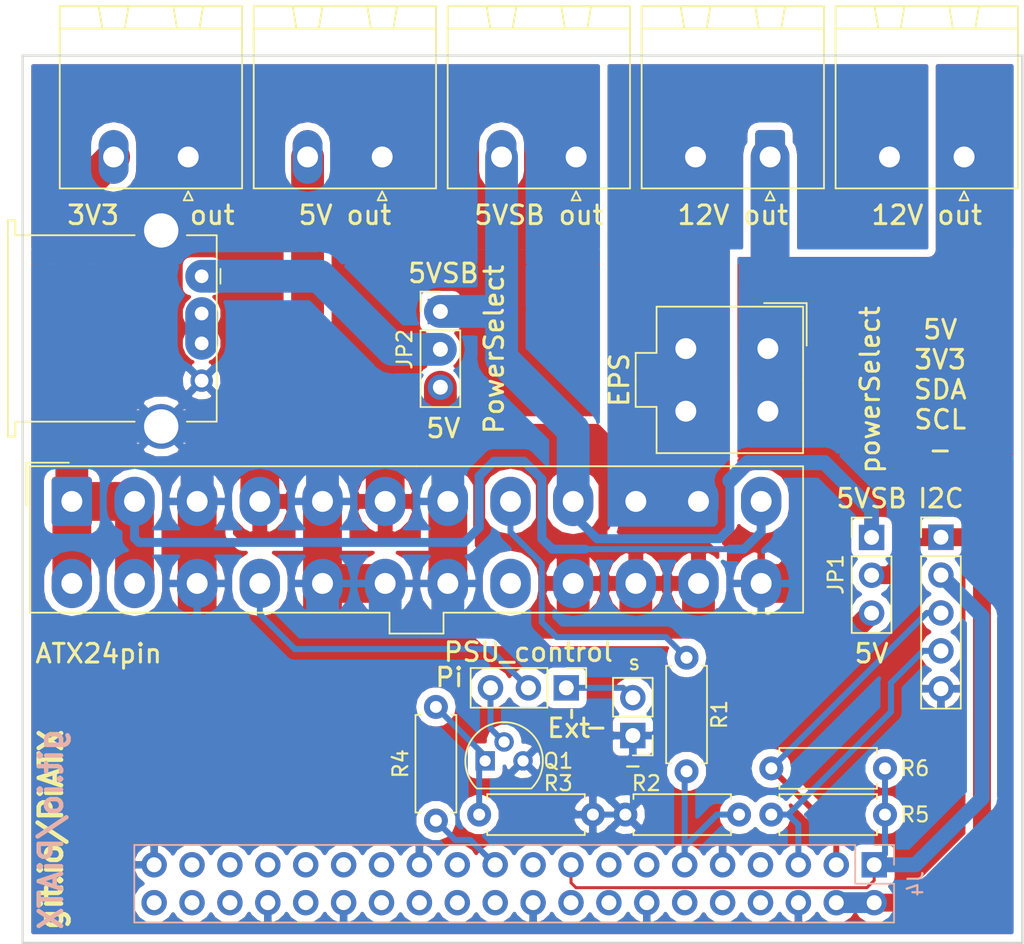
<source format=kicad_pcb>
(kicad_pcb (version 20171130) (host pcbnew "(5.0.1-dev-70-gb7b125d83)")
  (layers (0 F.Cu signal) (31 B.Cu signal) (34 B.Paste user) (35 F.Paste user) (36 B.SilkS user) (37 F.SilkS user) (38 B.Mask user) (39 F.Mask user) (44 Edge.Cuts user))
  (net 0 "")
  (net 1 /5v_rpi)
  (net 2 /3v3_rpi)
  (net 3 GND)
  (net 4 +12V)
  (net 5 "Net-(J4-Pad11)")
  (net 6 pson_pi)
  (net 7 +3V3)
  (net 8 +5V)
  (net 9 ~PS_ON)
  (net 10 P_GOOD)
  (net 11 +5VP)
  (net 12 ~ps_on_ext)
  (net 13 "Net-(JP3-Pad3)")
  (net 14 "Net-(Q1-Pad1)")
  (net 15 "Net-(J3-Pad1)")
  (net 16 "Net-(J3-Pad2)")
  (net 17 /SDA)
  (net 18 /SCL)
  (module graphics:kiwi (layer B.Cu) (at 114.6 61.4 180)
    (fp_text reference G*** hide)
    (fp_text value LOGO hide)
  )
  (module Connector_Molex:Molex_Mini-Fit_Jr_5566-24A_2x12_P4.20mm_Vertical (layer F.Cu) (at 58.3 70.4)
    (fp_text reference J5 hide)
    (fp_text value ATX24pin (at 1.8 10.2) (layer F.SilkS) (effects (font (size 1.25 1.25) (thickness 0.2))))
    (pad 1 thru_hole roundrect (at 0 0) (size 2.7 3.3) (drill 1.4) (layers *.Cu *.Mask) (roundrect_rratio 0.09259299999999999) (net 7 +3V3))
    (pad 2 thru_hole oval (at 4.2 0) (size 2.7 3.3) (drill 1.4) (layers *.Cu *.Mask) (net 7 +3V3))
    (pad 3 thru_hole oval (at 8.4 0) (size 2.7 3.3) (drill 1.4) (layers *.Cu *.Mask) (net 3 GND))
    (pad 4 thru_hole oval (at 12.6 0) (size 2.7 3.3) (drill 1.4) (layers *.Cu *.Mask) (net 8 +5V))
    (pad 5 thru_hole oval (at 16.8 0) (size 2.7 3.3) (drill 1.4) (layers *.Cu *.Mask) (net 3 GND))
    (pad 6 thru_hole oval (at 21 0) (size 2.7 3.3) (drill 1.4) (layers *.Cu *.Mask) (net 8 +5V))
    (pad 7 thru_hole oval (at 25.2 0) (size 2.7 3.3) (drill 1.4) (layers *.Cu *.Mask) (net 3 GND))
    (pad 8 thru_hole oval (at 29.4 0) (size 2.7 3.3) (drill 1.4) (layers *.Cu *.Mask) (net 10 P_GOOD))
    (pad 9 thru_hole oval (at 33.6 0) (size 2.7 3.3) (drill 1.4) (layers *.Cu *.Mask) (net 11 +5VP))
    (pad 10 thru_hole oval (at 37.8 0) (size 2.7 3.3) (drill 1.4) (layers *.Cu *.Mask) (net 4 +12V))
    (pad 11 thru_hole oval (at 42 0) (size 2.7 3.3) (drill 1.4) (layers *.Cu *.Mask) (net 4 +12V))
    (pad 12 thru_hole oval (at 46.2 0) (size 2.7 3.3) (drill 1.4) (layers *.Cu *.Mask) (net 7 +3V3))
    (pad 13 thru_hole oval (at 0 5.5) (size 2.7 3.3) (drill 1.4) (layers *.Cu *.Mask) (net 7 +3V3))
    (pad 14 thru_hole oval (at 4.2 5.5) (size 2.7 3.3) (drill 1.4) (layers *.Cu *.Mask) (net 7 +3V3))
    (pad 15 thru_hole oval (at 8.4 5.5) (size 2.7 3.3) (drill 1.4) (layers *.Cu *.Mask) (net 3 GND))
    (pad 16 thru_hole oval (at 12.6 5.5) (size 2.7 3.3) (drill 1.4) (layers *.Cu *.Mask) (net 9 ~PS_ON))
    (pad 17 thru_hole oval (at 16.8 5.5) (size 2.7 3.3) (drill 1.4) (layers *.Cu *.Mask) (net 3 GND))
    (pad 18 thru_hole oval (at 21 5.5) (size 2.7 3.3) (drill 1.4) (layers *.Cu *.Mask) (net 3 GND))
    (pad 19 thru_hole oval (at 25.2 5.5) (size 2.7 3.3) (drill 1.4) (layers *.Cu *.Mask) (net 3 GND))
    (pad 20 thru_hole oval (at 29.4 5.5) (size 2.7 3.3) (drill 1.4) (layers *.Cu *.Mask))
    (pad 21 thru_hole oval (at 33.6 5.5) (size 2.7 3.3) (drill 1.4) (layers *.Cu *.Mask) (net 8 +5V))
    (pad 22 thru_hole oval (at 37.8 5.5) (size 2.7 3.3) (drill 1.4) (layers *.Cu *.Mask) (net 8 +5V))
    (pad 23 thru_hole oval (at 42 5.5) (size 2.7 3.3) (drill 1.4) (layers *.Cu *.Mask) (net 8 +5V))
    (pad 24 thru_hole oval (at 46.2 5.5) (size 2.7 3.3) (drill 1.4) (layers *.Cu *.Mask) (net 3 GND))
  )
  (module Connector_PinHeader_2.54mm:PinHeader_1x05_P2.54mm_Vertical (layer F.Cu) (at 116.55 72.8)
    (fp_text reference J1 hide)
    (fp_text value I2C (at 0 -2.6 180) (layer F.SilkS) (effects (font (size 1.25 1.25) (thickness 0.2))))
    (pad 1 thru_hole rect (at 0 0) (size 1.7 1.7) (drill 1) (layers *.Cu *.Mask) (net 1 /5v_rpi))
    (pad 2 thru_hole oval (at 0 2.54) (size 1.7 1.7) (drill 1) (layers *.Cu *.Mask) (net 2 /3v3_rpi))
    (pad 3 thru_hole oval (at 0 5.08) (size 1.7 1.7) (drill 1) (layers *.Cu *.Mask) (net 17 /SDA))
    (pad 4 thru_hole oval (at 0 7.62) (size 1.7 1.7) (drill 1) (layers *.Cu *.Mask) (net 18 /SCL))
    (pad 5 thru_hole oval (at 0 10.16) (size 1.7 1.7) (drill 1) (layers *.Cu *.Mask) (net 3 GND))
  )
  (module Connector_Molex:Molex_Mini-Fit_Jr_5566-04A_2x02_P4.20mm_Vertical (layer F.Cu) (at 104.95 60.15 270)
    (fp_text reference J2 hide)
    (fp_text value EPS (at 2.1 9.95 270) (layer F.SilkS) (effects (font (size 1.25 1.25) (thickness 0.2))))
    (pad 1 thru_hole roundrect (at 0 0 270) (size 2.7 3.3) (drill 1.4) (layers *.Cu *.Mask) (roundrect_rratio 0.09259299999999999) (net 3 GND))
    (pad 2 thru_hole oval (at 4.2 0 270) (size 2.7 3.3) (drill 1.4) (layers *.Cu *.Mask) (net 3 GND))
    (pad 3 thru_hole oval (at 0 5.5 270) (size 2.7 3.3) (drill 1.4) (layers *.Cu *.Mask) (net 4 +12V))
    (pad 4 thru_hole oval (at 4.2 5.5 270) (size 2.7 3.3) (drill 1.4) (layers *.Cu *.Mask) (net 4 +12V))
  )
  (module Connector_PinSocket_2.54mm:PinSocket_2x20_P2.54mm_Vertical (layer B.Cu) (at 112.074999 94.765001 90)
    (fp_text reference J4 (at -1.27 2.77 90) (layer B.SilkS) (effects (justify mirror)))
    (fp_text value Raspberry_Pi_2_3)
    (pad 1 thru_hole rect (at 0 0 90) (size 1.7 1.7) (drill 1) (layers *.Cu *.Mask) (net 2 /3v3_rpi))
    (pad 2 thru_hole oval (at -2.54 0 90) (size 1.7 1.7) (drill 1) (layers *.Cu *.Mask) (net 1 /5v_rpi))
    (pad 3 thru_hole oval (at 0 -2.54 90) (size 1.7 1.7) (drill 1) (layers *.Cu *.Mask) (net 17 /SDA))
    (pad 4 thru_hole oval (at -2.54 -2.54 90) (size 1.7 1.7) (drill 1) (layers *.Cu *.Mask) (net 1 /5v_rpi))
    (pad 5 thru_hole oval (at 0 -5.08 90) (size 1.7 1.7) (drill 1) (layers *.Cu *.Mask) (net 18 /SCL))
    (pad 6 thru_hole oval (at -2.54 -5.08 90) (size 1.7 1.7) (drill 1) (layers *.Cu *.Mask) (net 3 GND))
    (pad 7 thru_hole oval (at 0 -7.62 90) (size 1.7 1.7) (drill 1) (layers *.Cu *.Mask))
    (pad 8 thru_hole oval (at -2.54 -7.62 90) (size 1.7 1.7) (drill 1) (layers *.Cu *.Mask))
    (pad 9 thru_hole oval (at 0 -10.16 90) (size 1.7 1.7) (drill 1) (layers *.Cu *.Mask) (net 3 GND))
    (pad 10 thru_hole oval (at -2.54 -10.16 90) (size 1.7 1.7) (drill 1) (layers *.Cu *.Mask))
    (pad 11 thru_hole oval (at 0 -12.7 90) (size 1.7 1.7) (drill 1) (layers *.Cu *.Mask) (net 5 "Net-(J4-Pad11)"))
    (pad 12 thru_hole oval (at -2.54 -12.7 90) (size 1.7 1.7) (drill 1) (layers *.Cu *.Mask))
    (pad 13 thru_hole oval (at 0 -15.24 90) (size 1.7 1.7) (drill 1) (layers *.Cu *.Mask))
    (pad 14 thru_hole oval (at -2.54 -15.24 90) (size 1.7 1.7) (drill 1) (layers *.Cu *.Mask) (net 3 GND))
    (pad 15 thru_hole oval (at 0 -17.78 90) (size 1.7 1.7) (drill 1) (layers *.Cu *.Mask))
    (pad 16 thru_hole oval (at -2.54 -17.78 90) (size 1.7 1.7) (drill 1) (layers *.Cu *.Mask))
    (pad 17 thru_hole oval (at 0 -20.32 90) (size 1.7 1.7) (drill 1) (layers *.Cu *.Mask) (net 2 /3v3_rpi))
    (pad 18 thru_hole oval (at -2.54 -20.32 90) (size 1.7 1.7) (drill 1) (layers *.Cu *.Mask))
    (pad 19 thru_hole oval (at 0 -22.86 90) (size 1.7 1.7) (drill 1) (layers *.Cu *.Mask))
    (pad 20 thru_hole oval (at -2.54 -22.86 90) (size 1.7 1.7) (drill 1) (layers *.Cu *.Mask) (net 3 GND))
    (pad 21 thru_hole oval (at 0 -25.4 90) (size 1.7 1.7) (drill 1) (layers *.Cu *.Mask) (net 6 pson_pi))
    (pad 22 thru_hole oval (at -2.54 -25.4 90) (size 1.7 1.7) (drill 1) (layers *.Cu *.Mask))
    (pad 23 thru_hole oval (at 0 -27.94 90) (size 1.7 1.7) (drill 1) (layers *.Cu *.Mask))
    (pad 24 thru_hole oval (at -2.54 -27.94 90) (size 1.7 1.7) (drill 1) (layers *.Cu *.Mask))
    (pad 25 thru_hole oval (at 0 -30.48 90) (size 1.7 1.7) (drill 1) (layers *.Cu *.Mask) (net 3 GND))
    (pad 26 thru_hole oval (at -2.54 -30.48 90) (size 1.7 1.7) (drill 1) (layers *.Cu *.Mask))
    (pad 27 thru_hole oval (at 0 -33.02 90) (size 1.7 1.7) (drill 1) (layers *.Cu *.Mask))
    (pad 28 thru_hole oval (at -2.54 -33.02 90) (size 1.7 1.7) (drill 1) (layers *.Cu *.Mask))
    (pad 29 thru_hole oval (at 0 -35.56 90) (size 1.7 1.7) (drill 1) (layers *.Cu *.Mask))
    (pad 30 thru_hole oval (at -2.54 -35.56 90) (size 1.7 1.7) (drill 1) (layers *.Cu *.Mask) (net 3 GND))
    (pad 31 thru_hole oval (at 0 -38.1 90) (size 1.7 1.7) (drill 1) (layers *.Cu *.Mask))
    (pad 32 thru_hole oval (at -2.54 -38.1 90) (size 1.7 1.7) (drill 1) (layers *.Cu *.Mask))
    (pad 33 thru_hole oval (at 0 -40.64 90) (size 1.7 1.7) (drill 1) (layers *.Cu *.Mask))
    (pad 34 thru_hole oval (at -2.54 -40.64 90) (size 1.7 1.7) (drill 1) (layers *.Cu *.Mask) (net 3 GND))
    (pad 35 thru_hole oval (at 0 -43.18 90) (size 1.7 1.7) (drill 1) (layers *.Cu *.Mask))
    (pad 36 thru_hole oval (at -2.54 -43.18 90) (size 1.7 1.7) (drill 1) (layers *.Cu *.Mask))
    (pad 37 thru_hole oval (at 0 -45.72 90) (size 1.7 1.7) (drill 1) (layers *.Cu *.Mask))
    (pad 38 thru_hole oval (at -2.54 -45.72 90) (size 1.7 1.7) (drill 1) (layers *.Cu *.Mask))
    (pad 39 thru_hole oval (at 0 -48.26 90) (size 1.7 1.7) (drill 1) (layers *.Cu *.Mask) (net 3 GND))
    (pad 40 thru_hole oval (at -2.54 -48.26 90) (size 1.7 1.7) (drill 1) (layers *.Cu *.Mask))
  )
  (module Connector_PinHeader_2.54mm:PinHeader_1x02_P2.54mm_Vertical (layer F.Cu) (at 95.9 86.1 180)
    (fp_text reference J7 hide)
    (fp_text value "pson ext")
    (pad 1 thru_hole rect (at 0 0 180) (size 1.7 1.7) (drill 1) (layers *.Cu *.Mask) (net 3 GND))
    (pad 2 thru_hole oval (at 0 2.54 180) (size 1.7 1.7) (drill 1) (layers *.Cu *.Mask) (net 12 ~ps_on_ext))
  )
  (module Connector_PinHeader_2.54mm:PinHeader_1x03_P2.54mm_Vertical (layer F.Cu) (at 111.9 72.81)
    (fp_text reference JP1 (at -2.4 2.49 90) (layer F.SilkS))
    (fp_text value powerSelect (at -0.1 -9.9 90) (layer F.SilkS) (effects (font (size 1.25 1.25) (thickness 0.2))))
    (pad 3 thru_hole oval (at 0 5.08) (size 1.7 1.7) (drill 1) (layers *.Cu *.Mask) (net 8 +5V))
    (pad 2 thru_hole oval (at 0 2.54) (size 1.7 1.7) (drill 1) (layers *.Cu *.Mask) (net 1 /5v_rpi))
    (pad 1 thru_hole rect (at 0 0) (size 1.7 1.7) (drill 1) (layers *.Cu *.Mask) (net 11 +5VP))
  )
  (module Connector_PinHeader_2.54mm:PinHeader_1x03_P2.54mm_Vertical (layer F.Cu) (at 83 57.66)
    (fp_text reference JP2 (at -2.4 2.54 90) (layer F.SilkS))
    (fp_text value powerSelect)
    (pad 3 thru_hole oval (at 0 5.08) (size 1.7 1.7) (drill 1) (layers *.Cu *.Mask) (net 8 +5V))
    (pad 2 thru_hole oval (at 0 2.54) (size 1.7 1.7) (drill 1) (layers *.Cu *.Mask) (net 15 "Net-(J3-Pad1)"))
    (pad 1 thru_hole rect (at 0 0) (size 1.7 1.7) (drill 1) (layers *.Cu *.Mask) (net 11 +5VP))
  )
  (module Connector_PinHeader_2.54mm:PinHeader_1x03_P2.54mm_Vertical (layer F.Cu) (at 91.44 82.9 270)
    (fp_text reference JP3 hide)
    (fp_text value PSU_control (at -2.4 2.54 180) (layer F.SilkS) (effects (font (size 1.25 1.25) (thickness 0.2))))
    (pad 3 thru_hole oval (at 0 5.08 270) (size 1.7 1.7) (drill 1) (layers *.Cu *.Mask) (net 13 "Net-(JP3-Pad3)"))
    (pad 2 thru_hole oval (at 0 2.54 270) (size 1.7 1.7) (drill 1) (layers *.Cu *.Mask) (net 9 ~PS_ON))
    (pad 1 thru_hole rect (at 0 0 270) (size 1.7 1.7) (drill 1) (layers *.Cu *.Mask) (net 12 ~ps_on_ext))
  )
  (module Package_TO_SOT_THT:TO-92 (layer F.Cu) (at 86 87.8)
    (fp_text reference Q1 (at 4.9 0) (layer F.SilkS))
    (fp_text value Q_NPN_BCE)
    (pad 2 thru_hole circle (at 1.27 -1.27 90) (size 1.3 1.3) (drill 0.75) (layers *.Cu *.Mask) (net 13 "Net-(JP3-Pad3)"))
    (pad 3 thru_hole circle (at 2.54 0 90) (size 1.3 1.3) (drill 0.75) (layers *.Cu *.Mask) (net 3 GND))
    (pad 1 thru_hole rect (at 0 0 90) (size 1.3 1.3) (drill 0.75) (layers *.Cu *.Mask) (net 14 "Net-(Q1-Pad1)"))
  )
  (module Connector_Phoenix_MSTB:PhoenixContact_MSTBA_2,5_2-G_1x02_P5.00mm_Horizontal (layer F.Cu) (at 105.1 47.3 180)
    (fp_text reference J6 hide)
    (fp_text value "12V out" (at 2.5 -3.9 180) (layer F.SilkS) (effects (font (size 1.25 1.25) (thickness 0.2))))
    (pad 2 thru_hole oval (at 5 0 180) (size 2 3.6) (drill 1.4) (layers *.Cu *.Mask) (net 4 +12V))
    (pad 1 thru_hole roundrect (at 0 0 180) (size 2 3.6) (drill 1.4) (layers *.Cu *.Mask) (roundrect_rratio 0.125) (net 3 GND))
  )
  (module Connector_Phoenix_MSTB:PhoenixContact_MSTBA_2,5_2-G_1x02_P5.00mm_Horizontal (layer F.Cu) (at 79.1 47.3 180)
    (fp_text reference J8 hide)
    (fp_text value "5V out" (at 2.5 -3.9 180) (layer F.SilkS) (effects (font (size 1.25 1.25) (thickness 0.2))))
    (pad 1 thru_hole roundrect (at 0 0 180) (size 2 3.6) (drill 1.4) (layers *.Cu *.Mask) (roundrect_rratio 0.125) (net 3 GND))
    (pad 2 thru_hole oval (at 5 0 180) (size 2 3.6) (drill 1.4) (layers *.Cu *.Mask) (net 8 +5V))
  )
  (module Connector_Phoenix_MSTB:PhoenixContact_MSTBA_2,5_2-G_1x02_P5.00mm_Horizontal (layer F.Cu) (at 92.1 47.3 180)
    (fp_text reference J9 hide)
    (fp_text value "5VSB out" (at 2.5 -3.9 180) (layer F.SilkS) (effects (font (size 1.25 1.25) (thickness 0.2))))
    (pad 2 thru_hole oval (at 5 0 180) (size 2 3.6) (drill 1.4) (layers *.Cu *.Mask) (net 11 +5VP))
    (pad 1 thru_hole roundrect (at 0 0 180) (size 2 3.6) (drill 1.4) (layers *.Cu *.Mask) (roundrect_rratio 0.125) (net 3 GND))
  )
  (module Connector_Phoenix_MSTB:PhoenixContact_MSTBA_2,5_2-G_1x02_P5.00mm_Horizontal (layer F.Cu) (at 66.1 47.3 180)
    (fp_text reference J10 hide)
    (fp_text value "3V3 out")
    (pad 1 thru_hole roundrect (at 0 0 180) (size 2 3.6) (drill 1.4) (layers *.Cu *.Mask) (roundrect_rratio 0.125) (net 3 GND))
    (pad 2 thru_hole oval (at 5 0 180) (size 2 3.6) (drill 1.4) (layers *.Cu *.Mask) (net 7 +3V3))
  )
  (module Connector_Phoenix_MSTB:PhoenixContact_MSTBA_2,5_2-G_1x02_P5.00mm_Horizontal (layer F.Cu) (at 118.1 47.3 180)
    (fp_text reference J11 hide)
    (fp_text value "12V out" (at 2.5 -3.9 180) (layer F.SilkS) (effects (font (size 1.25 1.25) (thickness 0.2))))
    (pad 1 thru_hole roundrect (at 0 0 180) (size 2 3.6) (drill 1.4) (layers *.Cu *.Mask) (roundrect_rratio 0.125) (net 3 GND))
    (pad 2 thru_hole oval (at 5 0 180) (size 2 3.6) (drill 1.4) (layers *.Cu *.Mask) (net 4 +12V))
  )
  (module Connector_USB:USB_A_Stewart_SS-52100-001_Horizontal (layer F.Cu) (at 67 55.3 270)
    (fp_text reference J3 hide)
    (fp_text value USB_A)
    (pad 5 thru_hole circle (at 10.07 2.71 270) (size 3 3) (drill 2.3) (layers *.Cu *.Mask) (net 3 GND))
    (pad 5 thru_hole circle (at -3.07 2.71 270) (size 3 3) (drill 2.3) (layers *.Cu *.Mask) (net 3 GND))
    (pad 1 thru_hole rect (at 0 0 270) (size 1.5 1.5) (drill 0.92) (layers *.Cu *.Mask) (net 15 "Net-(J3-Pad1)"))
    (pad 2 thru_hole circle (at 2.5 0 270) (size 1.5 1.5) (drill 0.92) (layers *.Cu *.Mask) (net 16 "Net-(J3-Pad2)"))
    (pad 3 thru_hole circle (at 4.5 0 270) (size 1.5 1.5) (drill 0.92) (layers *.Cu *.Mask) (net 16 "Net-(J3-Pad2)"))
    (pad 4 thru_hole circle (at 7 0 270) (size 1.5 1.5) (drill 0.92) (layers *.Cu *.Mask) (net 3 GND))
  )
  (module Resistor_THT:R_Axial_DIN0207_L6.3mm_D2.5mm_P7.62mm_Horizontal (layer F.Cu) (at 99.5 88.5 90)
    (fp_text reference R1 (at 3.81 2.2 90) (layer F.SilkS))
    (fp_text value 5K6)
    (pad 1 thru_hole circle (at 0 0 90) (size 1.6 1.6) (drill 0.8) (layers *.Cu *.Mask) (net 5 "Net-(J4-Pad11)"))
    (pad 2 thru_hole oval (at 7.62 0 90) (size 1.6 1.6) (drill 0.8) (layers *.Cu *.Mask) (net 10 P_GOOD))
  )
  (module Resistor_THT:R_Axial_DIN0207_L6.3mm_D2.5mm_P7.62mm_Horizontal (layer F.Cu) (at 95.4 91.4)
    (fp_text reference R2 (at 1.4 -2.1) (layer F.SilkS))
    (fp_text value 10K)
    (pad 2 thru_hole oval (at 7.62 0) (size 1.6 1.6) (drill 0.8) (layers *.Cu *.Mask) (net 5 "Net-(J4-Pad11)"))
    (pad 1 thru_hole circle (at 0 0) (size 1.6 1.6) (drill 0.8) (layers *.Cu *.Mask) (net 3 GND))
  )
  (module Resistor_THT:R_Axial_DIN0207_L6.3mm_D2.5mm_P7.62mm_Horizontal (layer F.Cu) (at 85.6 91.4)
    (fp_text reference R3 (at 5.3 -2.1) (layer F.SilkS))
    (fp_text value 10k)
    (pad 1 thru_hole circle (at 0 0) (size 1.6 1.6) (drill 0.8) (layers *.Cu *.Mask) (net 14 "Net-(Q1-Pad1)"))
    (pad 2 thru_hole oval (at 7.62 0) (size 1.6 1.6) (drill 0.8) (layers *.Cu *.Mask) (net 3 GND))
  )
  (module Resistor_THT:R_Axial_DIN0207_L6.3mm_D2.5mm_P7.62mm_Horizontal (layer F.Cu) (at 82.7 91.8 90)
    (fp_text reference R4 (at 3.81 -2.37 90) (layer F.SilkS))
    (fp_text value 1k)
    (pad 2 thru_hole oval (at 7.62 0 90) (size 1.6 1.6) (drill 0.8) (layers *.Cu *.Mask) (net 14 "Net-(Q1-Pad1)"))
    (pad 1 thru_hole circle (at 0 0 90) (size 1.6 1.6) (drill 0.8) (layers *.Cu *.Mask) (net 6 pson_pi))
  )
  (module Resistor_THT:R_Axial_DIN0207_L6.3mm_D2.5mm_P7.62mm_Horizontal (layer F.Cu) (at 105.18 91.4)
    (fp_text reference R5 (at 9.62 0 180) (layer F.SilkS))
    (fp_text value 10k)
    (pad 1 thru_hole circle (at 0 0) (size 1.6 1.6) (drill 0.8) (layers *.Cu *.Mask) (net 18 /SCL))
    (pad 2 thru_hole oval (at 7.62 0) (size 1.6 1.6) (drill 0.8) (layers *.Cu *.Mask) (net 2 /3v3_rpi))
  )
  (module Resistor_THT:R_Axial_DIN0207_L6.3mm_D2.5mm_P7.62mm_Horizontal (layer F.Cu) (at 112.8 88.3 180)
    (fp_text reference R6 (at -2 0 180) (layer F.SilkS))
    (fp_text value 10k)
    (pad 2 thru_hole oval (at 7.62 0 180) (size 1.6 1.6) (drill 0.8) (layers *.Cu *.Mask) (net 17 /SDA))
    (pad 1 thru_hole circle (at 0 0 180) (size 1.6 1.6) (drill 0.8) (layers *.Cu *.Mask) (net 2 /3v3_rpi))
  )
  (module graphics:kiwi (layer F.Cu) (at 69 87.2)
    (fp_text reference G*** hide)
    (fp_text value LOGO hide)
  )
  (gr_text git.io/PiATX (at 56.9 92.4 90) (layer F.SilkS) (effects (font (size 1.5 1.5) (thickness 0.3))))
  (gr_text git.io/PiATX (at 56.9 92.4 90) (layer B.SilkS) (effects (font (size 1.5 1.5) (thickness 0.3)) (justify mirror)))
  (gr_text "3V3     out" (at 63.6 51.2) (layer F.SilkS) (effects (font (size 1.25 1.25) (thickness 0.2))))
  (gr_line (start 91.8 84.9) (end 91.8 84.4) (layer F.SilkS) (width 0.2))
  (gr_line (start 93 85.6) (end 93.9 85.6) (layer F.SilkS) (width 0.2))
  (gr_text - (at 95.9 88.1) (layer F.SilkS) (effects (font (size 1 1))))
  (gr_text s (at 96 81.2) (layer F.SilkS) (effects (font (size 1 1))))
  (gr_text Ext (at 91.6 85.6) (layer F.SilkS) (effects (font (size 1.25 1.25) (thickness 0.2))))
  (gr_text Pi (at 83.6 82.2) (layer F.SilkS) (effects (font (size 1.25 1.25) (thickness 0.2))))
  (gr_text 5VSB (at 83.2 55.1) (layer F.SilkS) (effects (font (size 1.25 1.25) (thickness 0.2))))
  (gr_text 5V (at 83.2 65.5) (layer F.SilkS) (effects (font (size 1.25 1.25) (thickness 0.2))))
  (gr_text PowerSelect (at 86.6 60.2 90) (layer F.SilkS) (effects (font (size 1.25 1.25) (thickness 0.2))))
  (gr_text 5V (at 111.9 80.6) (layer F.SilkS) (effects (font (size 1.25 1.25) (thickness 0.2))))
  (gr_text 5VSB (at 111.9 70.2) (layer F.SilkS) (effects (font (size 1.25 1.25) (thickness 0.2))))
  (gr_text "5V\n3V3\nSDA\nSCL\n-" (at 116.5 62.9) (layer F.SilkS) (effects (font (size 1.25 1.25) (thickness 0.2))))
  (gr_line (start 55 40.5) (end 55 100) (layer Edge.Cuts) (width 0.15))
  (gr_line (start 122 40.5) (end 55 40.5) (layer Edge.Cuts) (width 0.15))
  (gr_line (start 122 100) (end 122 40.5) (layer Edge.Cuts) (width 0.15))
  (gr_line (start 55 100) (end 122 100) (layer Edge.Cuts) (width 0.15))
  (segment (start 109.534999 97.305001) (end 112.074999 97.305001) (width 1.4) (layer B.Cu) (net 1))
  (segment (start 118.6 72.8) (end 116.55 72.8) (width 1.2) (layer F.Cu) (net 1))
  (segment (start 119.3 73.5) (end 118.6 72.8) (width 1.2) (layer F.Cu) (net 1))
  (segment (start 119.3 93.15) (end 119.3 73.5) (width 1.2) (layer F.Cu) (net 1))
  (segment (start 115.144999 97.305001) (end 119.3 93.15) (width 1.2) (layer F.Cu) (net 1))
  (segment (start 112.074999 97.305001) (end 115.144999 97.305001) (width 1.2) (layer F.Cu) (net 1))
  (segment (start 113.102081 75.35) (end 114.3 74.152081) (width 1.2) (layer F.Cu) (net 1))
  (segment (start 111.9 75.35) (end 113.102081 75.35) (width 1.2) (layer F.Cu) (net 1))
  (segment (start 114.5 72.8) (end 116.55 72.8) (width 1.2) (layer F.Cu) (net 1))
  (segment (start 114.3 73) (end 114.5 72.8) (width 1.2) (layer F.Cu) (net 1))
  (segment (start 114.3 74.152081) (end 114.3 73) (width 1.2) (layer F.Cu) (net 1))
  (segment (start 91.754999 95.967082) (end 92.087917 96.3) (width 0.2) (layer F.Cu) (net 2))
  (segment (start 91.754999 94.765001) (end 91.754999 95.967082) (width 0.2) (layer F.Cu) (net 2))
  (segment (start 112.074999 95.815001) (end 112.074999 94.765001) (width 0.2) (layer F.Cu) (net 2))
  (segment (start 111.59 96.3) (end 112.074999 95.815001) (width 0.2) (layer F.Cu) (net 2))
  (segment (start 92.087917 96.3) (end 111.59 96.3) (width 0.2) (layer F.Cu) (net 2))
  (segment (start 112.8 91.4) (end 112.8 88.3) (width 0.4) (layer B.Cu) (net 2))
  (segment (start 112.8 94.04) (end 112.074999 94.765001) (width 0.4) (layer B.Cu) (net 2))
  (segment (start 112.8 91.4) (end 112.8 94.04) (width 0.4) (layer B.Cu) (net 2))
  (segment (start 114.834999 94.765001) (end 112.074999 94.765001) (width 1) (layer B.Cu) (net 2))
  (segment (start 119.3 90.3) (end 114.834999 94.765001) (width 1) (layer B.Cu) (net 2))
  (segment (start 116.55 75.34) (end 119.3 78.09) (width 1) (layer B.Cu) (net 2))
  (segment (start 119.3 78.09) (end 119.3 90.3) (width 1) (layer B.Cu) (net 2))
  (segment (start 66.7 75.9) (end 66.7 70.4) (width 2.6) (layer F.Cu) (net 3))
  (segment (start 75.1 75.9) (end 75.1 70.4) (width 2.6) (layer F.Cu) (net 3))
  (segment (start 75.1 75.9) (end 79.3 75.9) (width 2.6) (layer F.Cu) (net 3))
  (segment (start 83.5 75.9) (end 83.5 70.4) (width 2.6) (layer F.Cu) (net 3))
  (segment (start 104.5 75.9) (end 106.2 75.9) (width 2.6) (layer F.Cu) (net 3))
  (segment (start 106.2 75.9) (end 108.35 73.75) (width 2.6) (layer F.Cu) (net 3))
  (segment (start 108.35 67.45) (end 108.35 73.75) (width 2.6) (layer F.Cu) (net 3))
  (segment (start 105.25 64.35) (end 108.35 67.45) (width 2.6) (layer F.Cu) (net 3))
  (segment (start 104.95 64.35) (end 105.25 64.35) (width 2.6) (layer F.Cu) (net 3))
  (segment (start 104.95 64.35) (end 104.95 60.15) (width 2.6) (layer F.Cu) (net 3))
  (segment (start 66.7 75.9) (end 66.7 77.95) (width 2.6) (layer F.Cu) (net 3))
  (segment (start 66.7 77.95) (end 68.7 79.95) (width 2.6) (layer F.Cu) (net 3))
  (segment (start 75.1 75.9) (end 75.1 77.95) (width 2.6) (layer F.Cu) (net 3))
  (segment (start 75.1 77.95) (end 73.1 79.95) (width 2.6) (layer F.Cu) (net 3))
  (segment (start 73.1 79.95) (end 68.7 79.95) (width 2.6) (layer F.Cu) (net 3))
  (segment (start 105.1 60) (end 104.95 60.15) (width 2.6) (layer B.Cu) (net 3))
  (segment (start 105.1 51) (end 105.1 60) (width 2.6) (layer B.Cu) (net 3))
  (segment (start 105.1 51) (end 105.1 56.9) (width 2.6) (layer F.Cu) (net 3))
  (segment (start 105.1 51) (end 105.1 47.3) (width 2.6) (layer B.Cu) (net 3))
  (segment (start 105.1 51) (end 105.1 47.3) (width 2.6) (layer F.Cu) (net 3))
  (segment (start 64.29 65.37) (end 68.37 65.37) (width 2.2) (layer B.Cu) (net 3))
  (segment (start 62.16868 65.37) (end 60.6 63.80132) (width 2.2) (layer B.Cu) (net 3))
  (segment (start 64.29 65.37) (end 62.16868 65.37) (width 2.2) (layer B.Cu) (net 3))
  (segment (start 92.14 91.4) (end 93.22 91.4) (width 0.4) (layer B.Cu) (net 3))
  (segment (start 88.54 87.8) (end 92.14 91.4) (width 0.4) (layer B.Cu) (net 3))
  (segment (start 93.22 91.4) (end 95.4 91.4) (width 0.4) (layer B.Cu) (net 3))
  (segment (start 95.9 90.9) (end 95.4 91.4) (width 0.4) (layer B.Cu) (net 3))
  (segment (start 95.9 86.1) (end 95.9 90.9) (width 0.4) (layer B.Cu) (net 3))
  (segment (start 95.9 86.1) (end 99.34 86.1) (width 0.4) (layer B.Cu) (net 3))
  (segment (start 75.1 70.4) (end 75.1 67.2) (width 2.2) (layer B.Cu) (net 3))
  (segment (start 66.7 70.4) (end 66.7 67.8) (width 2.2) (layer B.Cu) (net 3))
  (segment (start 83.5 70.4) (end 83.5 66.9) (width 2.2) (layer B.Cu) (net 3))
  (segment (start 83.5 75.9) (end 83.5 78.2) (width 2.2) (layer B.Cu) (net 3))
  (segment (start 79.3 75.9) (end 79.3 78.2) (width 2.2) (layer B.Cu) (net 3))
  (segment (start 75.1 75.9) (end 75.1 78.2) (width 2.2) (layer B.Cu) (net 3))
  (segment (start 66.7 70.4) (end 66.7 67.9) (width 2.2) (layer F.Cu) (net 3))
  (segment (start 99.45 60.15) (end 99.45 64.35) (width 2.6) (layer F.Cu) (net 4))
  (segment (start 96.55 64.35) (end 99.45 64.35) (width 1) (layer F.Cu) (net 4))
  (segment (start 96.1 70.4) (end 96.1 64.8) (width 1) (layer F.Cu) (net 4))
  (segment (start 96.1 64.8) (end 96.55 64.35) (width 1) (layer F.Cu) (net 4))
  (segment (start 99.45 66.9) (end 99.45 64.35) (width 1) (layer F.Cu) (net 4))
  (segment (start 100.3 70.4) (end 100.3 67.75) (width 1) (layer F.Cu) (net 4))
  (segment (start 100.3 67.75) (end 99.45 66.9) (width 1) (layer F.Cu) (net 4))
  (segment (start 96.1 70.4) (end 100.3 70.4) (width 2.6) (layer F.Cu) (net 4))
  (segment (start 99.45 60.15) (end 99.45 55.55) (width 2.6) (layer B.Cu) (net 4))
  (segment (start 100.1 55.4) (end 100.1 51) (width 2.6) (layer B.Cu) (net 4))
  (segment (start 99.95 55.55) (end 100.1 55.4) (width 2.6) (layer B.Cu) (net 4))
  (segment (start 99.45 55.55) (end 99.95 55.55) (width 2.6) (layer B.Cu) (net 4))
  (segment (start 101.88863 91.4) (end 103.02 91.4) (width 0.4) (layer B.Cu) (net 5))
  (segment (start 101.537919 91.4) (end 101.88863 91.4) (width 0.4) (layer B.Cu) (net 5))
  (segment (start 99.374999 93.56292) (end 101.537919 91.4) (width 0.4) (layer B.Cu) (net 5))
  (segment (start 99.374999 94.765001) (end 99.374999 93.56292) (width 0.4) (layer B.Cu) (net 5))
  (segment (start 99.374999 88.625001) (end 99.5 88.5) (width 0.4) (layer B.Cu) (net 5))
  (segment (start 99.374999 94.765001) (end 99.374999 88.625001) (width 0.4) (layer B.Cu) (net 5))
  (segment (start 86.674999 94.765001) (end 85.009998 93.1) (width 0.4) (layer B.Cu) (net 6))
  (segment (start 84 93.1) (end 82.7 91.8) (width 0.4) (layer B.Cu) (net 6))
  (segment (start 85.009998 93.1) (end 84 93.1) (width 0.4) (layer B.Cu) (net 6))
  (segment (start 58.3 75.9) (end 58.3 70.4) (width 2.6) (layer F.Cu) (net 7))
  (segment (start 62.5 75.9) (end 62.5 70.4) (width 2.6) (layer F.Cu) (net 7))
  (segment (start 61.1 70.3) (end 61.2 70.4) (width 2.2) (layer F.Cu) (net 7))
  (segment (start 58.3 70.4) (end 61.2 70.4) (width 2.6) (layer F.Cu) (net 7))
  (segment (start 61.2 70.4) (end 62.5 70.4) (width 2.6) (layer F.Cu) (net 7))
  (segment (start 58.3 50.1) (end 61.1 47.3) (width 2.2) (layer F.Cu) (net 7))
  (segment (start 58.3 70.4) (end 58.3 50.1) (width 2.2) (layer F.Cu) (net 7))
  (segment (start 89.8 72.4) (end 89.8 68.9) (width 0.6) (layer B.Cu) (net 7))
  (segment (start 89.8 72.4) (end 89.8 71.6) (width 0.4) (layer B.Cu) (net 7))
  (segment (start 89.8 68.9) (end 88.6 67.7) (width 0.6) (layer B.Cu) (net 7))
  (segment (start 88.6 67.7) (end 86.6 67.7) (width 0.6) (layer B.Cu) (net 7))
  (segment (start 86.6 67.7) (end 85.6 68.7) (width 0.6) (layer B.Cu) (net 7))
  (segment (start 85.6 68.7) (end 85.6 72.15) (width 0.6) (layer B.Cu) (net 7))
  (segment (start 85.6 72.15) (end 84.6 73.15) (width 0.6) (layer B.Cu) (net 7))
  (segment (start 84.6 73.15) (end 62.8 73.15) (width 0.6) (layer B.Cu) (net 7))
  (segment (start 62.8 73.15) (end 62.5 72.85) (width 0.6) (layer B.Cu) (net 7))
  (segment (start 62.5 70.4) (end 62.5 72.85) (width 0.6) (layer B.Cu) (net 7))
  (segment (start 89.8 72.9) (end 90.5 73.6) (width 0.6) (layer B.Cu) (net 7))
  (segment (start 89.8 72.4) (end 89.8 72.9) (width 0.6) (layer B.Cu) (net 7))
  (segment (start 90.5 73.6) (end 92.7 73.6) (width 0.6) (layer B.Cu) (net 7))
  (segment (start 103.35 73.6) (end 104.5 72.45) (width 0.6) (layer B.Cu) (net 7))
  (segment (start 102.4 73.6) (end 103.35 73.6) (width 0.6) (layer B.Cu) (net 7))
  (segment (start 102.4 73.6) (end 92.7 73.6) (width 0.4) (layer B.Cu) (net 7))
  (segment (start 104.5 72.45) (end 104.5 70.4) (width 0.6) (layer B.Cu) (net 7))
  (segment (start 70.9 70.4) (end 70.9 67.4) (width 2.6) (layer F.Cu) (net 8))
  (segment (start 70.9 67.4) (end 71.7 66.6) (width 2.6) (layer F.Cu) (net 8))
  (segment (start 79.3 67.6) (end 79.3 70.4) (width 2.6) (layer F.Cu) (net 8))
  (segment (start 78.3 66.6) (end 79.3 67.6) (width 2.6) (layer F.Cu) (net 8))
  (segment (start 71.7 66.6) (end 74.1 66.6) (width 2.6) (layer F.Cu) (net 8))
  (segment (start 74.1 66.6) (end 78.3 66.6) (width 2.6) (layer F.Cu) (net 8))
  (segment (start 83 62.74) (end 83 63.942081) (width 2.2) (layer F.Cu) (net 8))
  (segment (start 83 63.442081) (end 83 66.5) (width 2.2) (layer F.Cu) (net 8))
  (segment (start 74.1 51) (end 74.1 47.3) (width 2.2) (layer F.Cu) (net 8))
  (segment (start 74.1 66.6) (end 74.1 51) (width 2.2) (layer F.Cu) (net 8))
  (segment (start 110.89 78.9) (end 110.38 78.9) (width 1.2) (layer F.Cu) (net 8))
  (segment (start 110.89 78.9) (end 111.9 77.89) (width 1.4) (layer F.Cu) (net 8))
  (segment (start 110.89 78.9) (end 109.6 78.9) (width 1.4) (layer F.Cu) (net 8))
  (segment (start 99.479998 78.9) (end 109.6 78.9) (width 1.4) (layer F.Cu) (net 8))
  (segment (start 109.6 78.9) (end 110.38 78.9) (width 1.4) (layer F.Cu) (net 8))
  (segment (start 91.9 75.9) (end 91.9 78.2) (width 2.2) (layer F.Cu) (net 8))
  (segment (start 96.1 75.9) (end 96.1 78.3) (width 2.2) (layer F.Cu) (net 8))
  (segment (start 100.3 75.9) (end 100.3 78.1) (width 2.2) (layer F.Cu) (net 8))
  (segment (start 91.9 75.9) (end 91.9 74) (width 2.2) (layer F.Cu) (net 8))
  (segment (start 91.9 74) (end 91.1 74) (width 0.8) (layer F.Cu) (net 8))
  (segment (start 91.1 74) (end 89.8 72.7) (width 0.8) (layer F.Cu) (net 8))
  (segment (start 89.8 72.7) (end 89.8 67.9) (width 0.8) (layer F.Cu) (net 8))
  (segment (start 91.9 74) (end 91.1 73.2) (width 0.8) (layer F.Cu) (net 8))
  (segment (start 91.1 73.2) (end 86.6 73.2) (width 0.8) (layer F.Cu) (net 8))
  (segment (start 86.6 73.2) (end 85.6 72.2) (width 0.8) (layer F.Cu) (net 8))
  (segment (start 85.6 72.2) (end 85.6 67.9) (width 0.8) (layer F.Cu) (net 8))
  (segment (start 91.9 74) (end 92 74) (width 0.8) (layer F.Cu) (net 8))
  (segment (start 92 74) (end 94 72) (width 0.8) (layer F.Cu) (net 8))
  (segment (start 94 72) (end 94 68.5) (width 0.8) (layer F.Cu) (net 8))
  (segment (start 70.9 77.95) (end 73.25 80.3) (width 0.4) (layer B.Cu) (net 9))
  (segment (start 70.9 75.9) (end 70.9 77.95) (width 0.4) (layer B.Cu) (net 9))
  (segment (start 86.3 80.3) (end 88.9 82.9) (width 0.4) (layer B.Cu) (net 9))
  (segment (start 73.25 80.3) (end 86.3 80.3) (width 0.4) (layer B.Cu) (net 9))
  (segment (start 98.12 79.5) (end 99.5 80.88) (width 0.4) (layer B.Cu) (net 10))
  (segment (start 90.8 79.5) (end 98.12 79.5) (width 0.4) (layer B.Cu) (net 10))
  (segment (start 89.8 78.5) (end 90.8 79.5) (width 0.4) (layer B.Cu) (net 10))
  (segment (start 89.8 74.55) (end 89.8 78.5) (width 0.4) (layer B.Cu) (net 10))
  (segment (start 87.7 70.4) (end 87.7 72.45) (width 0.4) (layer B.Cu) (net 10))
  (segment (start 87.7 72.45) (end 89.8 74.55) (width 0.4) (layer B.Cu) (net 10))
  (segment (start 91.9 65.6) (end 91.9 70.4) (width 2.2) (layer B.Cu) (net 11))
  (segment (start 87.1 60.8) (end 91.9 65.6) (width 2.2) (layer B.Cu) (net 11))
  (segment (start 86.94 57.66) (end 87.1 57.5) (width 2.2) (layer B.Cu) (net 11))
  (segment (start 83 57.66) (end 86.94 57.66) (width 2.2) (layer B.Cu) (net 11))
  (segment (start 87.1 51) (end 87.1 57.5) (width 2.2) (layer B.Cu) (net 11))
  (segment (start 87.1 57.5) (end 87.1 60.8) (width 2.2) (layer B.Cu) (net 11))
  (segment (start 91.9 70.4) (end 91.9 70.7) (width 0.6) (layer B.Cu) (net 11))
  (segment (start 91.9 70.7) (end 91.9 71.3) (width 0.6) (layer B.Cu) (net 11))
  (segment (start 91.9 71.3) (end 93.5 72.9) (width 0.6) (layer B.Cu) (net 11))
  (segment (start 101 72.9) (end 101.7 72.9) (width 0.6) (layer B.Cu) (net 11))
  (segment (start 93.5 72.9) (end 101 72.9) (width 0.6) (layer B.Cu) (net 11))
  (segment (start 101.7 72.9) (end 102.4 72.2) (width 0.6) (layer B.Cu) (net 11))
  (segment (start 103.6 67.8) (end 104.9 67.8) (width 0.6) (layer B.Cu) (net 11))
  (segment (start 104.9 67.8) (end 105.8 67.8) (width 0.6) (layer B.Cu) (net 11))
  (segment (start 103.6 67.8) (end 102.4 69) (width 1) (layer B.Cu) (net 11))
  (segment (start 102.4 72.2) (end 102.4 69) (width 0.6) (layer B.Cu) (net 11))
  (segment (start 87.1 51) (end 87.1 47.3) (width 2.2) (layer B.Cu) (net 11))
  (segment (start 111.9 70.96) (end 111.9 72.81) (width 1) (layer B.Cu) (net 11))
  (segment (start 108.74 67.8) (end 111.9 70.96) (width 1) (layer B.Cu) (net 11))
  (segment (start 103.6 67.8) (end 108.74 67.8) (width 1) (layer B.Cu) (net 11))
  (segment (start 95.24 82.9) (end 95.9 83.56) (width 0.4) (layer B.Cu) (net 12))
  (segment (start 91.44 82.9) (end 95.24 82.9) (width 0.4) (layer B.Cu) (net 12))
  (segment (start 86.36 85.62) (end 87.27 86.53) (width 0.4) (layer B.Cu) (net 13))
  (segment (start 86.36 82.9) (end 86.36 85.62) (width 0.4) (layer B.Cu) (net 13))
  (segment (start 86 87.48) (end 86 87.8) (width 0.4) (layer B.Cu) (net 14))
  (segment (start 82.7 84.18) (end 86 87.48) (width 0.4) (layer B.Cu) (net 14))
  (segment (start 85.6 88.2) (end 86 87.8) (width 0.4) (layer B.Cu) (net 14))
  (segment (start 85.6 91.4) (end 85.6 88.2) (width 0.4) (layer B.Cu) (net 14))
  (segment (start 83 60.2) (end 79.8 60.2) (width 2.2) (layer B.Cu) (net 15))
  (segment (start 74.9 55.3) (end 67 55.3) (width 2.2) (layer B.Cu) (net 15))
  (segment (start 79.8 60.2) (end 74.9 55.3) (width 2.2) (layer B.Cu) (net 15))
  (segment (start 67 59.8) (end 67 57.8) (width 2.2) (layer B.Cu) (net 16))
  (segment (start 109.534999 92.654999) (end 105.18 88.3) (width 0.4) (layer F.Cu) (net 17))
  (segment (start 109.534999 94.765001) (end 109.534999 92.654999) (width 0.4) (layer F.Cu) (net 17))
  (segment (start 115.6 77.88) (end 105.18 88.3) (width 0.4) (layer B.Cu) (net 17))
  (segment (start 116.55 77.88) (end 115.6 77.88) (width 0.4) (layer B.Cu) (net 17))
  (segment (start 105.18 91.4) (end 106.31137 91.4) (width 0.4) (layer B.Cu) (net 18))
  (segment (start 106.994999 92.083629) (end 106.31137 91.4) (width 0.4) (layer B.Cu) (net 18))
  (segment (start 106.994999 94.765001) (end 106.994999 92.083629) (width 0.4) (layer B.Cu) (net 18))
  (segment (start 115.347919 80.42) (end 113.2 82.567919) (width 0.4) (layer B.Cu) (net 18))
  (segment (start 116.55 80.42) (end 115.347919 80.42) (width 0.4) (layer B.Cu) (net 18))
  (segment (start 113.2 84.51137) (end 111.31137 86.4) (width 0.4) (layer B.Cu) (net 18))
  (segment (start 113.2 82.567919) (end 113.2 84.51137) (width 0.4) (layer B.Cu) (net 18))
  (segment (start 106.31137 91.4) (end 111.31137 86.4) (width 0.4) (layer B.Cu) (net 18))
  (segment (start 111.31137 86.4) (end 111.5 86.21137) (width 0.4) (layer B.Cu) (net 18))
  (zone (net 8) (net_name +5V) (layer F.Cu) (priority 3) (connect_pads (clearance 0.508)) (min_thickness 0.254) (fill yes (arc_segments 16) (thermal_gap 0.508) (thermal_bridge_width 1))
    (polygon (pts (xy 86.1 79.6) (xy 90.3 79.6) (xy 101.1 79.6) (xy 101.7 79) (xy 101.7 73.8) (xy 101.1 73.2) (xy 94.8 73.2) (xy 94.2 72.6) (xy 94.2 65.8) (xy 93.6 65.2) (xy 69.7 65.2) (xy 69.1 65.8) (xy 69.1 72.6) (xy 69.7 73.2) (xy 85.1 73.2) (xy 85.5 73.6) (xy 85.5 79)))
  )
  (zone (net 4) (net_name +12V) (layer B.Cu) (priority 3) (connect_pads yes (clearance 0.508)) (min_thickness 0.254) (fill yes (arc_segments 16) (thermal_gap 0.508) (thermal_bridge_width 1))
    (polygon (pts (xy 94.2 72.6) (xy 94.8 73.2) (xy 101.1 73.2) (xy 102.4 71.9) (xy 102.4 53.5) (xy 115.7 53.5) (xy 115.7 40.5) (xy 94.2 40.5)))
  )
  (zone (net 4) (net_name +12V) (layer F.Cu) (priority 2) (connect_pads yes (clearance 0.508)) (min_thickness 0.254) (fill yes (arc_segments 16) (thermal_gap 0.508) (thermal_bridge_width 2))
    (polygon (pts (xy 115.7 53.5) (xy 102.4 53.5) (xy 102.4 71.9) (xy 101.1 73.2) (xy 94.8 73.2) (xy 94.2 72.6) (xy 94.2 40.5) (xy 115.7 40.5)))
  )
  (zone (net 3) (net_name GND) (layer B.Cu) (connect_pads (clearance 0.508)) (min_thickness 0.254) (fill yes (arc_segments 16) (thermal_gap 0.5) (thermal_bridge_width 0.5))
    (polygon (pts (xy 122 100) (xy 122 40.5) (xy 55 40.5) (xy 55 100)))
  )
  (zone (net 3) (net_name GND) (layer F.Cu) (connect_pads (clearance 0.508)) (min_thickness 0.254) (fill yes (arc_segments 16) (thermal_gap 0.5) (thermal_bridge_width 0.5))
    (polygon (pts (xy 122 100) (xy 55 100) (xy 55 40.5) (xy 122 40.5)))
  )
  (zone (net 3) (net_name GND) (layer F.Cu) (priority 1) (connect_pads yes (clearance 0.508)) (min_thickness 0.254) (fill yes (arc_segments 16) (thermal_gap 0.508) (thermal_bridge_width 1))
    (polygon (pts (xy 102.5 67.5) (xy 122 67.5) (xy 122 40.5) (xy 102.5 40.5)))
  )
  (zone (net 3) (net_name GND) (layer F.Cu) (priority 1) (connect_pads yes (clearance 0.508)) (min_thickness 0.254) (fill yes (arc_segments 16) (thermal_gap 0.508) (thermal_bridge_width 1))
    (polygon (pts (xy 55 40.5) (xy 122 40.5) (xy 122 53.5) (xy 55 53.5)))
  )
  (zone (net 3) (net_name GND) (layer B.Cu) (priority 2) (connect_pads yes (clearance 0.508)) (min_thickness 0.254) (fill yes (arc_segments 16) (thermal_gap 0.508) (thermal_bridge_width 1))
    (polygon (pts (xy 55 40.5) (xy 122 40.5) (xy 122 67.2) (xy 102.9 67.2) (xy 103 54.5) (xy 55 54.5)))
  )
)
</source>
